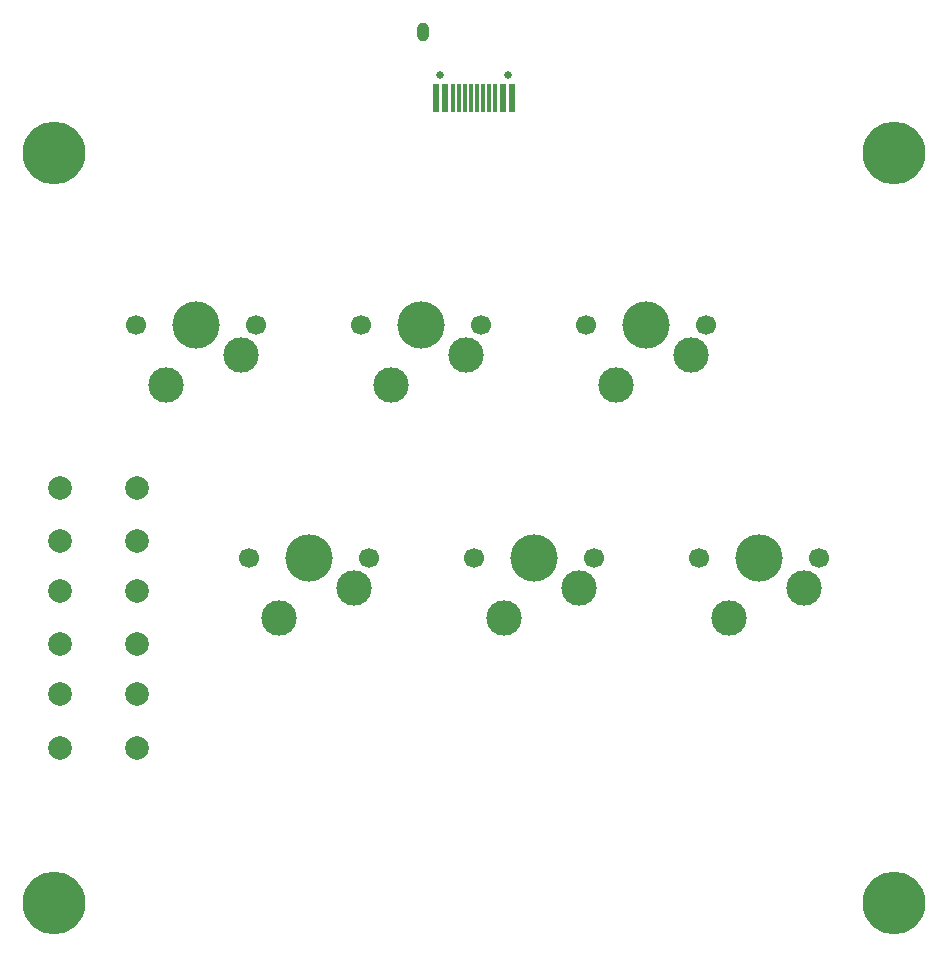
<source format=gbr>
%TF.GenerationSoftware,KiCad,Pcbnew,(6.0.5)*%
%TF.CreationDate,2022-06-03T03:18:00+07:00*%
%TF.ProjectId,atelier-alter,6174656c-6965-4722-9d61-6c7465722e6b,rev?*%
%TF.SameCoordinates,Original*%
%TF.FileFunction,Soldermask,Top*%
%TF.FilePolarity,Negative*%
%FSLAX46Y46*%
G04 Gerber Fmt 4.6, Leading zero omitted, Abs format (unit mm)*
G04 Created by KiCad (PCBNEW (6.0.5)) date 2022-06-03 03:18:00*
%MOMM*%
%LPD*%
G01*
G04 APERTURE LIST*
%ADD10C,1.700000*%
%ADD11C,4.000000*%
%ADD12C,3.000000*%
%ADD13C,2.000000*%
%ADD14C,5.300000*%
%ADD15C,0.650000*%
%ADD16R,0.600000X2.450000*%
%ADD17R,0.300000X2.450000*%
%ADD18O,1.000000X1.600000*%
G04 APERTURE END LIST*
D10*
%TO.C,MX6*%
X176530000Y-100330000D03*
X186690000Y-100330000D03*
D11*
X181610000Y-100330000D03*
D12*
X179070000Y-105410000D03*
X185420000Y-102870000D03*
%TD*%
D13*
%TO.C,SW2*%
X122480000Y-103160000D03*
X128980000Y-103160000D03*
X122480000Y-107660000D03*
X128980000Y-107660000D03*
%TD*%
D10*
%TO.C,MX5*%
X157480000Y-100330000D03*
D12*
X160020000Y-105410000D03*
D11*
X162560000Y-100330000D03*
D10*
X167640000Y-100330000D03*
D12*
X166370000Y-102870000D03*
%TD*%
D10*
%TO.C,MX4*%
X138430000Y-100330000D03*
D12*
X147320000Y-102870000D03*
D10*
X148590000Y-100330000D03*
D11*
X143510000Y-100330000D03*
D12*
X140970000Y-105410000D03*
%TD*%
D13*
%TO.C,SW3*%
X122479900Y-111891200D03*
X128979900Y-111891200D03*
X122479900Y-116391200D03*
X128979900Y-116391200D03*
%TD*%
D14*
%TO.C,H4*%
X121920000Y-129540000D03*
%TD*%
%TO.C,H2*%
X193040000Y-66040000D03*
%TD*%
D13*
%TO.C,SW1*%
X122479900Y-94428700D03*
X128979900Y-94428700D03*
X122479900Y-98928700D03*
X128979900Y-98928700D03*
%TD*%
D14*
%TO.C,H1*%
X121920000Y-66040000D03*
%TD*%
D10*
%TO.C,MX3*%
X167005000Y-80645000D03*
D12*
X169545000Y-85725000D03*
X175895000Y-83185000D03*
D10*
X177165000Y-80645000D03*
D11*
X172085000Y-80645000D03*
%TD*%
D10*
%TO.C,MX1*%
X139065000Y-80645000D03*
X128905000Y-80645000D03*
D12*
X137795000Y-83185000D03*
X131445000Y-85725000D03*
D11*
X133985000Y-80645000D03*
%TD*%
D15*
%TO.C,USB1*%
X160395100Y-59431300D03*
X154615100Y-59431300D03*
D16*
X160730100Y-61376300D03*
X159955100Y-61376300D03*
D17*
X159255100Y-61376300D03*
X158755100Y-61376300D03*
X158255100Y-61376300D03*
X157755100Y-61376300D03*
X157255100Y-61376300D03*
X156755100Y-61376300D03*
X156255100Y-61376300D03*
X155755100Y-61376300D03*
D16*
X155055100Y-61376300D03*
X154280100Y-61376300D03*
D18*
X153185100Y-55781300D03*
%TD*%
D14*
%TO.C,H3*%
X193040000Y-129540000D03*
%TD*%
D10*
%TO.C,MX2*%
X158115000Y-80645000D03*
D12*
X156845000Y-83185000D03*
D10*
X147955000Y-80645000D03*
D11*
X153035000Y-80645000D03*
D12*
X150495000Y-85725000D03*
%TD*%
M02*

</source>
